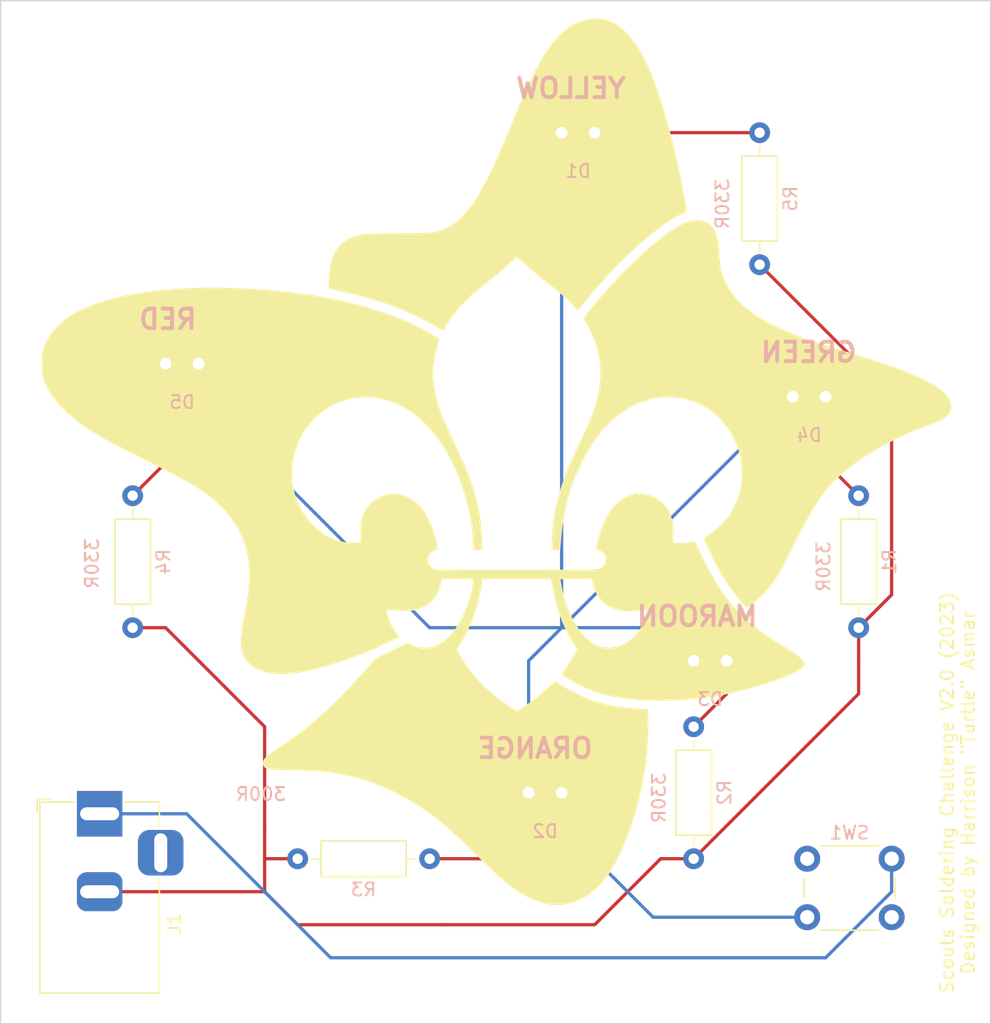
<source format=kicad_pcb>
(kicad_pcb (version 20221018) (generator pcbnew)
  (layers (0 "F.Cu" signal) (31 "B.Cu" signal) (34 "B.Paste" user) (35 "F.Paste" user) (36 "B.SilkS" user "B.Silkscreen") (37 "F.SilkS" user "F.Silkscreen") (38 "B.Mask" user) (39 "F.Mask" user) (44 "Edge.Cuts" user))
  (net 0 "")
  (net 1 "Net-(D1-K)")
  (net 2 "Net-(D2-K)")
  (net 3 "Net-(D3-K)")
  (net 4 "Net-(D4-K)")
  (net 5 "Net-(D5-K)")
  (net 6 "Net-(D1-A)")
  (net 7 "Net-(J1-Pad2)")
  (net 8 "Net-(J1-Pad1)")
  (footprint "Resistor_THT:R_Axial_DIN0207_L6.3mm_D2.5mm_P10.16mm_Horizontal" (layer "F.Cu") (at 182.88 86.36 -90)
    (fp_text reference "R1" (at 5.08 -2.37 -270) (layer "B.SilkS") (effects (justify mirror)))
    (fp_text value "330R")
    (fp_line (start 1.04 0) (end 1.81 0) (stroke (width 0.12)) (layer "F.SilkS"))
    (fp_line (start 1.81 -1.37) (end 1.81 1.37) (stroke (width 0.12)) (layer "F.SilkS"))
    (fp_line (start 1.81 1.37) (end 8.35 1.37) (stroke (width 0.12)) (layer "F.SilkS"))
    (fp_line (start 8.35 -1.37) (end 1.81 -1.37) (stroke (width 0.12)) (layer "F.SilkS"))
    (fp_line (start 8.35 1.37) (end 8.35 -1.37) (stroke (width 0.12)) (layer "F.SilkS"))
    (fp_line (start 9.12 0) (end 8.35 0) (stroke (width 0.12)) (layer "F.SilkS"))
    (pad "1" thru_hole circle (at 0 0 270) (size 1.6 1.6) (drill 0.8) (layers "*.Cu" "*.Mask") (net 4 "Net-(D4-K)"))
    (pad "2" thru_hole oval (at 10.16 0 270) (size 1.6 1.6) (drill 0.8) (layers "*.Cu" "*.Mask") (net 7 "Net-(J1-Pad2)"))
  )
  (footprint "Resistor_THT:R_Axial_DIN0207_L6.3mm_D2.5mm_P10.16mm_Horizontal" (layer "F.Cu") (at 175.26 58.42 -90)
    (fp_text reference "R5" (at 5.08 -2.37 -270) (layer "B.SilkS") (effects (justify mirror)))
    (fp_text value "330R")
    (fp_line (start 1.04 0) (end 1.81 0) (stroke (width 0.12)) (layer "F.SilkS"))
    (fp_line (start 1.81 -1.37) (end 1.81 1.37) (stroke (width 0.12)) (layer "F.SilkS"))
    (fp_line (start 1.81 1.37) (end 8.35 1.37) (stroke (width 0.12)) (layer "F.SilkS"))
    (fp_line (start 8.35 -1.37) (end 1.81 -1.37) (stroke (width 0.12)) (layer "F.SilkS"))
    (fp_line (start 8.35 1.37) (end 8.35 -1.37) (stroke (width 0.12)) (layer "F.SilkS"))
    (fp_line (start 9.12 0) (end 8.35 0) (stroke (width 0.12)) (layer "F.SilkS"))
    (pad "1" thru_hole circle (at 0 0 270) (size 1.6 1.6) (drill 0.8) (layers "*.Cu" "*.Mask") (net 1 "Net-(D1-K)"))
    (pad "2" thru_hole oval (at 10.16 0 270) (size 1.6 1.6) (drill 0.8) (layers "*.Cu" "*.Mask") (net 7 "Net-(J1-Pad2)"))
  )
  (footprint "Resistor_THT:R_Axial_DIN0207_L6.3mm_D2.5mm_P10.16mm_Horizontal" (layer "F.Cu") (at 149.86 114.3 180)
    (fp_text reference "R3" (at 5.08 -2.37) (layer "B.SilkS") (effects (justify mirror)))
    (fp_text value "330R")
    (fp_line (start 1.04 0) (end 1.81 0) (stroke (width 0.12)) (layer "F.SilkS"))
    (fp_line (start 1.81 -1.37) (end 1.81 1.37) (stroke (width 0.12)) (layer "F.SilkS"))
    (fp_line (start 1.81 1.37) (end 8.35 1.37) (stroke (width 0.12)) (layer "F.SilkS"))
    (fp_line (start 8.35 -1.37) (end 1.81 -1.37) (stroke (width 0.12)) (layer "F.SilkS"))
    (fp_line (start 8.35 1.37) (end 8.35 -1.37) (stroke (width 0.12)) (layer "F.SilkS"))
    (fp_line (start 9.12 0) (end 8.35 0) (stroke (width 0.12)) (layer "F.SilkS"))
    (pad "1" thru_hole circle (at 0 0 180) (size 1.6 1.6) (drill 0.8) (layers "*.Cu" "*.Mask") (net 2 "Net-(D2-K)"))
    (pad "2" thru_hole oval (at 10.16 0 180) (size 1.6 1.6) (drill 0.8) (layers "*.Cu" "*.Mask") (net 7 "Net-(J1-Pad2)"))
  )
  (footprint "Resistor_THT:R_Axial_DIN0207_L6.3mm_D2.5mm_P10.16mm_Horizontal" (layer "F.Cu") (at 170.18 104.14 -90)
    (fp_text reference "R2" (at 5.08 -2.37 -270) (layer "B.SilkS") (effects (justify mirror)))
    (fp_text value "330R")
    (fp_line (start 1.04 0) (end 1.81 0) (stroke (width 0.12)) (layer "F.SilkS"))
    (fp_line (start 1.81 -1.37) (end 1.81 1.37) (stroke (width 0.12)) (layer "F.SilkS"))
    (fp_line (start 1.81 1.37) (end 8.35 1.37) (stroke (width 0.12)) (layer "F.SilkS"))
    (fp_line (start 8.35 -1.37) (end 1.81 -1.37) (stroke (width 0.12)) (layer "F.SilkS"))
    (fp_line (start 8.35 1.37) (end 8.35 -1.37) (stroke (width 0.12)) (layer "F.SilkS"))
    (fp_line (start 9.12 0) (end 8.35 0) (stroke (width 0.12)) (layer "F.SilkS"))
    (pad "1" thru_hole circle (at 0 0 270) (size 1.6 1.6) (drill 0.8) (layers "*.Cu" "*.Mask") (net 3 "Net-(D3-K)"))
    (pad "2" thru_hole oval (at 10.16 0 270) (size 1.6 1.6) (drill 0.8) (layers "*.Cu" "*.Mask") (net 7 "Net-(J1-Pad2)"))
  )
  (footprint "Connector_BarrelJack:BarrelJack_Horizontal" (layer "F.Cu") (at 124.46 110.84 90)
    (fp_text reference "J1" (at -8.45 5.75 90) (layer "F.SilkS"))
    (fp_text value "Barrel_Jack")
    (fp_line (start -13.8 -4.6) (end 0.9 -4.6) (stroke (width 0.12)) (layer "F.SilkS"))
    (fp_line (start -13.8 4.6) (end -13.8 -4.6) (stroke (width 0.12)) (layer "F.SilkS"))
    (fp_line (start -5 4.6) (end -13.8 4.6) (stroke (width 0.12)) (layer "F.SilkS"))
    (fp_line (start 0.05 -4.8) (end 1.1 -4.8) (stroke (width 0.12)) (layer "F.SilkS"))
    (fp_line (start 0.9 -4.6) (end 0.9 -2) (stroke (width 0.12)) (layer "F.SilkS"))
    (fp_line (start 0.9 1.9) (end 0.9 4.6) (stroke (width 0.12)) (layer "F.SilkS"))
    (fp_line (start 0.9 4.6) (end -1 4.6) (stroke (width 0.12)) (layer "F.SilkS"))
    (fp_line (start 1.1 -3.75) (end 1.1 -4.8) (stroke (width 0.12)) (layer "F.SilkS"))
    (pad "1" thru_hole rect (at 0 0 90) (size 3.5 3.5) (drill oval 1 3) (layers "*.Cu" "*.Mask") (net 8 "Net-(J1-Pad1)"))
    (pad "2" thru_hole roundrect (at -6 0 90) (size 3 3.5) (drill oval 1 3) (layers "*.Cu" "*.Mask") (net 7 "Net-(J1-Pad2)"))
    (pad "3" thru_hole roundrect (at -3 4.7 90) (size 3.5 3.5) (drill oval 3 1) (layers "*.Cu" "*.Mask"))
  )
  (footprint "Resistor_THT:R_Axial_DIN0207_L6.3mm_D2.5mm_P10.16mm_Horizontal" (layer "F.Cu") (at 127 86.36 -90)
    (fp_text reference "R4" (at 5.08 -2.37 -270) (layer "B.SilkS") (effects (justify mirror)))
    (fp_text value "330R")
    (fp_line (start 1.04 0) (end 1.81 0) (stroke (width 0.12)) (layer "F.SilkS"))
    (fp_line (start 1.81 -1.37) (end 1.81 1.37) (stroke (width 0.12)) (layer "F.SilkS"))
    (fp_line (start 1.81 1.37) (end 8.35 1.37) (stroke (width 0.12)) (layer "F.SilkS"))
    (fp_line (start 8.35 -1.37) (end 1.81 -1.37) (stroke (width 0.12)) (layer "F.SilkS"))
    (fp_line (start 8.35 1.37) (end 8.35 -1.37) (stroke (width 0.12)) (layer "F.SilkS"))
    (fp_line (start 9.12 0) (end 8.35 0) (stroke (width 0.12)) (layer "F.SilkS"))
    (pad "1" thru_hole circle (at 0 0 270) (size 1.6 1.6) (drill 0.8) (layers "*.Cu" "*.Mask") (net 5 "Net-(D5-K)"))
    (pad "2" thru_hole oval (at 10.16 0 270) (size 1.6 1.6) (drill 0.8) (layers "*.Cu" "*.Mask") (net 7 "Net-(J1-Pad2)"))
  )
  (footprint "LED_THT:LED_D3.0mm" (layer "F.Cu") (at 132.08 76.2 180)
    (fp_text reference "D5" (at 1.27 -2.96) (layer "B.SilkS") (effects (justify mirror)))
    (fp_text value "RED LED")
    (fp_line (start -0.29 -1.236) (end -0.29 -1.08) (stroke (width 0.12)) (layer "F.SilkS"))
    (fp_line (start -0.29 1.08) (end -0.29 1.236) (stroke (width 0.12)) (layer "F.SilkS"))
    (fp_arc (start -0.29 -1.235516) (mid 1.366487 -1.987659) (end 2.942335 -1.078608) (stroke (width 0.12)) (layer "F.SilkS"))
    (fp_arc (start 0.229039 -1.08) (mid 1.270117 -1.5) (end 2.31113 -1.079837) (stroke (width 0.12)) (layer "F.SilkS"))
    (fp_arc (start 2.31113 1.079837) (mid 1.270117 1.5) (end 0.229039 1.08) (stroke (width 0.12)) (layer "F.SilkS"))
    (fp_arc (start 2.942335 1.078608) (mid 1.366487 1.987659) (end -0.29 1.235516) (stroke (width 0.12)) (layer "F.SilkS"))
    (pad "1" thru_hole rect (at 0 0 180) (size 1.8 1.8) (drill 0.9) (layers "*.Cu" "*.Mask") (net 5 "Net-(D5-K)"))
    (pad "2" thru_hole circle (at 2.54 0 180) (size 1.8 1.8) (drill 0.9) (layers "*.Cu" "*.Mask") (net 6 "Net-(D1-A)"))
  )
  (footprint "LED_THT:LED_D3.0mm" (layer "F.Cu") (at 180.34 78.74 180)
    (fp_text reference "D4" (at 1.27 -2.96) (layer "B.SilkS") (effects (justify mirror)))
    (fp_text value "GREEN LED")
    (fp_line (start -0.29 -1.236) (end -0.29 -1.08) (stroke (width 0.12)) (layer "F.SilkS"))
    (fp_line (start -0.29 1.08) (end -0.29 1.236) (stroke (width 0.12)) (layer "F.SilkS"))
    (fp_arc (start -0.29 -1.235516) (mid 1.366487 -1.987659) (end 2.942335 -1.078608) (stroke (width 0.12)) (layer "F.SilkS"))
    (fp_arc (start 0.229039 -1.08) (mid 1.270117 -1.5) (end 2.31113 -1.079837) (stroke (width 0.12)) (layer "F.SilkS"))
    (fp_arc (start 2.31113 1.079837) (mid 1.270117 1.5) (end 0.229039 1.08) (stroke (width 0.12)) (layer "F.SilkS"))
    (fp_arc (start 2.942335 1.078608) (mid 1.366487 1.987659) (end -0.29 1.235516) (stroke (width 0.12)) (layer "F.SilkS"))
    (pad "1" thru_hole rect (at 0 0 180) (size 1.8 1.8) (drill 0.9) (layers "*.Cu" "*.Mask") (net 4 "Net-(D4-K)"))
    (pad "2" thru_hole circle (at 2.54 0 180) (size 1.8 1.8) (drill 0.9) (layers "*.Cu" "*.Mask") (net 6 "Net-(D1-A)"))
  )
  (footprint "LED_THT:LED_D3.0mm" (layer "F.Cu") (at 162.56 58.42 180)
    (fp_text reference "D1" (at 1.27 -2.96) (layer "B.SilkS") (effects (justify mirror)))
    (fp_text value "YELLOW LED")
    (fp_line (start -0.29 -1.236) (end -0.29 -1.08) (stroke (width 0.12)) (layer "F.SilkS"))
    (fp_line (start -0.29 1.08) (end -0.29 1.236) (stroke (width 0.12)) (layer "F.SilkS"))
    (fp_arc (start -0.29 -1.235516) (mid 1.366487 -1.987659) (end 2.942335 -1.078608) (stroke (width 0.12)) (layer "F.SilkS"))
    (fp_arc (start 0.229039 -1.08) (mid 1.270117 -1.5) (end 2.31113 -1.079837) (stroke (width 0.12)) (layer "F.SilkS"))
    (fp_arc (start 2.31113 1.079837) (mid 1.270117 1.5) (end 0.229039 1.08) (stroke (width 0.12)) (layer "F.SilkS"))
    (fp_arc (start 2.942335 1.078608) (mid 1.366487 1.987659) (end -0.29 1.235516) (stroke (width 0.12)) (layer "F.SilkS"))
    (pad "1" thru_hole rect (at 0 0 180) (size 1.8 1.8) (drill 0.9) (layers "*.Cu" "*.Mask") (net 1 "Net-(D1-K)"))
    (pad "2" thru_hole circle (at 2.54 0 180) (size 1.8 1.8) (drill 0.9) (layers "*.Cu" "*.Mask") (net 6 "Net-(D1-A)"))
  )
  (footprint "Button_Switch_THT:SW_PUSH_6mm" (layer "F.Cu") (at 178.92 114.3)
    (fp_text reference "SW1" (at 3.25 -2) (layer "B.SilkS") (effects (justify mirror)))
    (fp_text value "SW_Push")
    (fp_line (start -0.25 1.5) (end -0.25 3) (stroke (width 0.12)) (layer "F.SilkS"))
    (fp_line (start 1 5.5) (end 5.5 5.5) (stroke (width 0.12)) (layer "F.SilkS"))
    (fp_line (start 5.5 -1) (end 1 -1) (stroke (width 0.12)) (layer "F.SilkS"))
    (fp_line (start 6.75 3) (end 6.75 1.5) (stroke (width 0.12)) (layer "F.SilkS"))
    (pad "1" thru_hole circle (at 0 0 90) (size 2 2) (drill 1.1) (layers "*.Cu" "*.Mask") (net 8 "Net-(J1-Pad1)"))
    (pad "1" thru_hole circle (at 6.5 0 90) (size 2 2) (drill 1.1) (layers "*.Cu" "*.Mask") (net 8 "Net-(J1-Pad1)"))
    (pad "2" thru_hole circle (at 0 4.5 90) (size 2 2) (drill 1.1) (layers "*.Cu" "*.Mask") (net 6 "Net-(D1-A)"))
    (pad "2" thru_hole circle (at 6.5 4.5 90) (size 2 2) (drill 1.1) (layers "*.Cu" "*.Mask") (net 6 "Net-(D1-A)"))
  )
  (footprint "LED_THT:LED_D3.0mm" (layer "F.Cu") (at 160.02 109.22 180)
    (fp_text reference "D2" (at 1.27 -2.96) (layer "B.SilkS") (effects (justify mirror)))
    (fp_text value "ORANGE LED")
    (fp_line (start -0.29 -1.236) (end -0.29 -1.08) (stroke (width 0.12)) (layer "F.SilkS"))
    (fp_line (start -0.29 1.08) (end -0.29 1.236) (stroke (width 0.12)) (layer "F.SilkS"))
    (fp_arc (start -0.29 -1.235516) (mid 1.366487 -1.987659) (end 2.942335 -1.078608) (stroke (width 0.12)) (layer "F.SilkS"))
    (fp_arc (start 0.229039 -1.08) (mid 1.270117 -1.5) (end 2.31113 -1.079837) (stroke (width 0.12)) (layer "F.SilkS"))
    (fp_arc (start 2.31113 1.079837) (mid 1.270117 1.5) (end 0.229039 1.08) (stroke (width 0.12)) (layer "F.SilkS"))
    (fp_arc (start 2.942335 1.078608) (mid 1.366487 1.987659) (end -0.29 1.235516) (stroke (width 0.12)) (layer "F.SilkS"))
    (pad "1" thru_hole rect (at 0 0 180) (size 1.8 1.8) (drill 0.9) (layers "*.Cu" "*.Mask") (net 2 "Net-(D2-K)"))
    (pad "2" thru_hole circle (at 2.54 0 180) (size 1.8 1.8) (drill 0.9) (layers "*.Cu" "*.Mask") (net 6 "Net-(D1-A)"))
  )
  (footprint "LOGO" (layer "F.Cu") (at 154.94 83.82)
    (fp_text reference "G***" hide)
    (fp_text value "LOGO" hide)
    (fp_poly (pts (xy 8.056055 -34.174768) (xy 8.617099 -34.056656) (xy 9.153495 -33.822443) (xy 9.670926 -33.470609) (xy 9.935612 -33.23951) (xy 10.326372 -32.832045) (xy 10.701387 -32.357124) (xy 11.063061 -31.809205) (xy 11.413796 -31.182747) (xy 11.755997 -30.472207) (xy 12.092068 -29.672044) (xy 12.424412 -28.776716) (xy 12.755433 -27.78068) (xy 13.087535 -26.678395) (xy 13.423121 -25.464319) (xy 13.596951 -24.798104) (xy 13.722177 -24.294874) (xy 13.85122 -23.749884) (xy 13.981038 -23.178255) (xy 14.108593 -22.595109) (xy 14.230842 -22.015569) (xy 14.344747 -21.454755) (xy 14.447267 -20.92779) (xy 14.53536 -20.449795) (xy 14.605988 -20.035893) (xy 14.65611 -19.701205) (xy 14.682684 -19.460853) (xy 14.686192 -19.380504) (xy 14.671883 -19.294203) (xy 14.61244 -19.22705) (xy 14.48322 -19.160634) (xy 14.297418 -19.090039) (xy 13.926742 -18.923967) (xy 13.491111 -18.671765) (xy 12.999943 -18.341959) (xy 12.462657 -17.943075) (xy 11.888671 -17.483639) (xy 11.287403 -16.972176) (xy 10.668271 -16.417213) (xy 10.040695 -15.827276) (xy 9.414092 -15.21089) (xy 8.797882 -14.576582) (xy 8.201481 -13.932877) (xy 7.634309 -13.288301) (xy 7.105783 -12.651381) (xy 6.906045 -12.399052) (xy 6.712388 -12.15424) (xy 6.543641 -11.94746) (xy 6.413923 -11.795513) (xy 6.337352 -11.715201) (xy 6.324392 -11.706872) (xy 6.269554 -11.749389) (xy 6.155408 -11.863933) (xy 6.000826 -12.030992) (xy 5.887783 -12.158294) (xy 5.760597 -12.300204) (xy 5.629664 -12.437234) (xy 5.483489 -12.579296) (xy 5.310581 -12.7363) (xy 5.099448 -12.918157) (xy 4.838596 -13.134779) (xy 4.516535 -13.396077) (xy 4.12177 -13.711961) (xy 3.671564 -14.069554) (xy 3.340911 -14.337093) (xy 2.97572 -14.641489) (xy 2.617382 -14.947743) (xy 2.307292 -15.220857) (xy 2.269114 -15.255337) (xy 1.619033 -15.844811) (xy 1.155607 -15.397012) (xy 0.820944 -15.08437) (xy 0.4374 -14.74706) (xy -0.007625 -14.374542) (xy -0.526733 -13.95628) (xy -1.132524 -13.481735) (xy -1.160751 -13.459874) (xy -1.793981 -12.932467) (xy -2.384138 -12.367785) (xy -2.915236 -11.783884) (xy -3.371288 -11.198819) (xy -3.736309 -10.630645) (xy -3.845333 -10.427843) (xy -3.935756 -10.278403) (xy -4.018496 -10.188763) (xy -4.048972 -10.176821) (xy -4.135382 -10.209715) (xy -4.287614 -10.290794) (xy -4.454028 -10.390933) (xy -4.697214 -10.534476) (xy -5.025044 -10.713377) (xy -5.411835 -10.914841) (xy -5.831904 -11.126073) (xy -6.259566 -11.334279) (xy -6.669137 -11.526664) (xy -7.034934 -11.690433) (xy -7.216354 -11.767034) (xy -8.160261 -12.125511) (xy -9.192384 -12.466415) (xy -10.280826 -12.780239) (xy -11.393696 -13.057475) (xy -11.96678 -13.183048) (xy -12.263425 -13.24719) (xy -12.516714 -13.306249) (xy -12.703716 -13.354558) (xy -12.801497 -13.386449) (xy -12.809434 -13.39131) (xy -12.832803 -13.476678) (xy -12.844032 -13.655833) (xy -12.844281 -13.90292) (xy -12.834707 -14.192083) (xy -12.81647 -14.497467) (xy -12.790727 -14.793218) (xy -12.758638 -15.053479) (xy -12.727131 -15.227962) (xy -12.545497 -15.836596) (xy -12.294519 -16.348694) (xy -11.968886 -16.769655) (xy -11.563289 -17.104878) (xy -11.072418 -17.359761) (xy -10.490963 -17.539705) (xy -10.442891 -17.550475) (xy -10.3045 -17.577556) (xy -10.152081 -17.599772) (xy -9.972498 -17.617623) (xy -9.752615 -17.631605) (xy -9.479294 -17.642216) (xy -9.139399 -17.649953) (xy -8.719794 -17.655315) (xy -8.207343 -17.658799) (xy -7.588909 -17.660902) (xy -7.523696 -17.661049) (xy -6.902345 -17.662916) (xy -6.388294 -17.66591) (xy -5.968469 -17.670554) (xy -5.629791 -17.677372) (xy -5.359185 -17.686888) (xy -5.143575 -17.699626) (xy -4.969884 -17.71611) (xy -4.825035 -17.736864) (xy -4.695952 -17.762412) (xy -4.634597 -17.776815) (xy -4.097016 -17.94338) (xy -3.594935 -18.174944) (xy -3.121304 -18.478688) (xy -2.669072 -18.861793) (xy -2.231188 -19.33144) (xy -1.8006 -19.894809) (xy -1.370258 -20.559083) (xy -0.93311 -21.331442) (xy -0.695465 -21.788625) (xy -0.530137 -22.116915) (xy -0.379648 -22.420665) (xy -0.237812 -22.713759) (xy -0.098449 -23.010083) (xy 0.044626 -23.32352) (xy 0.197596 -23.667955) (xy 0.366643 -24.057274) (xy 0.557951 -24.505361) (xy 0.777702 -25.026101) (xy 1.032081 -25.633379) (xy 1.26118 -26.182464) (xy 1.479092 -26.702456) (xy 1.699944 -27.224209) (xy 1.915435 -27.728481) (xy 2.117267 -28.196033) (xy 2.297137 -28.607622) (xy 2.446746 -28.944008) (xy 2.546454 -29.161848) (xy 3.012966 -30.113033) (xy 3.46919 -30.94997) (xy 3.919682 -31.677873) (xy 4.369002 -32.301954) (xy 4.821707 -32.827425) (xy 5.282356 -33.259501) (xy 5.755507 -33.603392) (xy 6.245719 -33.864313) (xy 6.757548 -34.047475) (xy 6.837296 -34.068776) (xy 7.464681 -34.178302)) (fill solid) (layer "F.SilkS"))
    (fp_poly (pts (xy 15.899154 -18.625348) (xy 16.217101 -18.512882) (xy 16.48552 -18.349782) (xy 16.703565 -18.141085) (xy 16.876434 -17.874212) (xy 17.009325 -17.536581) (xy 17.107437 -17.115611) (xy 17.175969 -16.598721) (xy 17.213319 -16.101895) (xy 17.255809 -15.53253) (xy 17.312618 -15.076503) (xy 17.38455 -14.727531) (xy 17.39296 -14.69703) (xy 17.656502 -13.978483) (xy 18.028127 -13.302025) (xy 18.509105 -12.666329) (xy 19.100704 -12.070067) (xy 19.804194 -11.511912) (xy 20.620843 -10.990536) (xy 21.267552 -10.643212) (xy 21.664656 -10.449125) (xy 22.065221 -10.264355) (xy 22.481423 -10.084453) (xy 22.925438 -9.904969) (xy 23.409439 -9.721452) (xy 23.945603 -9.529452) (xy 24.546104 -9.324521) (xy 25.223117 -9.102207) (xy 25.988818 -8.858061) (xy 26.855382 -8.587632) (xy 27.089855 -8.515198) (xy 28.143553 -8.186265) (xy 29.089195 -7.882349) (xy 29.935739 -7.600198) (xy 30.69214 -7.336556) (xy 31.367354 -7.088169) (xy 31.970339 -6.851782) (xy 32.510051 -6.624141) (xy 32.995446 -6.401992) (xy 33.252728 -6.275834) (xy 33.817035 -5.958707) (xy 34.281024 -5.627715) (xy 34.641749 -5.287323) (xy 34.896264 -4.941996) (xy 35.041626 -4.596199) (xy 35.074888 -4.254396) (xy 34.993105 -3.921053) (xy 34.910476 -3.762694) (xy 34.785115 -3.597585) (xy 34.615728 -3.447742) (xy 34.386513 -3.304165) (xy 34.081669 -3.157851) (xy 33.685394 -2.999798) (xy 33.374167 -2.88751) (xy 32.041478 -2.376094) (xy 30.763936 -1.797269) (xy 29.553797 -1.157981) (xy 28.423315 -0.465176) (xy 27.384745 0.274198) (xy 26.498664 1.009581) (xy 26.104597 1.381452) (xy 25.734846 1.770352) (xy 25.381305 2.188299) (xy 25.035872 2.647316) (xy 24.690442 3.159424) (xy 24.336911 3.736642) (xy 23.967175 4.390993) (xy 23.57313 5.134498) (xy 23.146673 5.979176) (xy 23.141876 5.988863) (xy 22.79957 6.675988) (xy 22.500115 7.266012) (xy 22.236027 7.771181) (xy 21.999818 8.203743) (xy 21.784003 8.575944) (xy 21.581094 8.900032) (xy 21.383607 9.188253) (xy 21.184053 9.452856) (xy 20.974948 9.706086) (xy 20.748805 9.960192) (xy 20.647438 10.069593) (xy 20.460257 10.257536) (xy 20.238729 10.461382) (xy 20.003375 10.664435) (xy 19.774715 10.850001) (xy 19.573271 11.001384) (xy 19.419564 11.101891) (xy 19.337786 11.135071) (xy 19.268765 11.093442) (xy 19.144683 10.983173) (xy 18.989782 10.826197) (xy 18.955267 10.788981) (xy 18.643504 10.425994) (xy 18.303359 9.990542) (xy 17.960515 9.517717) (xy 17.640657 9.042607) (xy 17.434516 8.711286) (xy 17.311264 8.495352) (xy 17.160806 8.217293) (xy 16.991829 7.894697) (xy 16.813016 7.545155) (xy 16.633052 7.186254) (xy 16.460623 6.835584) (xy 16.304412 6.510735) (xy 16.173104 6.229296) (xy 16.075385 6.008856) (xy 16.019938 5.867003) (xy 16.01057 5.827357) (xy 16.06023 5.760212) (xy 16.189505 5.664027) (xy 16.348038 5.57184) (xy 16.599081 5.412306) (xy 16.893879 5.180512) (xy 17.20539 4.901563) (xy 17.506573 4.600558) (xy 17.770388 4.302601) (xy 17.908343 4.123404) (xy 18.183553 3.685936) (xy 18.441961 3.180144) (xy 18.659136 2.657838) (xy 18.788354 2.257109) (xy 18.866659 1.861932) (xy 18.915198 1.387184) (xy 18.933974 0.869935) (xy 18.922992 0.347254) (xy 18.882256 -0.14379) (xy 18.81177 -0.566126) (xy 18.788038 -0.662085) (xy 18.640141 -1.118772) (xy 18.439386 -1.608396) (xy 18.2063 -2.086858) (xy 17.961409 -2.510059) (xy 17.853701 -2.669499) (xy 17.628686 -2.951212) (xy 17.340836 -3.265012) (xy 17.022785 -3.578788) (xy 16.70717 -3.860432) (xy 16.426628 -4.077835) (xy 16.41209 -4.087818) (xy 16.020977 -4.321002) (xy 15.557913 -4.544788) (xy 15.070773 -4.738245) (xy 14.607431 -4.880438) (xy 14.588568 -4.885133) (xy 14.029864 -4.982481) (xy 13.41113 -5.021959) (xy 12.777648 -5.004016) (xy 12.174697 -4.9291) (xy 11.850191 -4.857985) (xy 11.03056 -4.580481) (xy 10.246463 -4.18953) (xy 9.500431 -3.687449) (xy 8.794997 -3.076558) (xy 8.132692 -2.359176) (xy 7.516046 -1.537621) (xy 6.947593 -0.614213) (xy 6.69087 -0.132082) (xy 6.133725 1.089923) (xy 5.68914 2.342539) (xy 5.354882 3.633829) (xy 5.128722 4.971853) (xy 5.042 5.825977) (xy 4.971074 6.746504) (xy 4.637315 6.728821) (xy 4.303555 6.711138) (xy 4.313798 6.006866) (xy 4.38919 4.809088) (xy 4.580389 3.585285) (xy 4.886561 2.339215) (xy 5.306877 1.074634) (xy 5.530079 0.507704) (xy 5.642826 0.243376) (xy 5.796185 -0.103094) (xy 5.978254 -0.505525) (xy 6.177133 -0.937737) (xy 6.380921 -1.37355) (xy 6.48589 -1.595023) (xy 6.681034 -2.008262) (xy 6.871702 -2.418683) (xy 7.047498 -2.803402) (xy 7.198021 -3.139535) (xy 7.312873 -3.404198) (xy 7.361101 -3.52109) (xy 7.706779 -4.517691) (xy 7.937224 -5.483227) (xy 8.052638 -6.420782) (xy 8.053222 -7.333437) (xy 7.939178 -8.224275) (xy 7.723107 -9.058531) (xy 7.595007 -9.405576) (xy 7.422178 -9.808612) (xy 7.225674 -10.222815) (xy 7.02655 -10.603358) (xy 6.881629 -10.850086) (xy 6.732865 -11.085743) (xy 7.083139 -11.545662) (xy 7.633124 -12.240442) (xy 8.236314 -12.953207) (xy 8.880463 -13.672165) (xy 9.553327 -14.385523) (xy 10.242662 -15.081488) (xy 10.936224 -15.748267) (xy 11.621768 -16.374069) (xy 12.28705 -16.947099) (xy 12.919826 -17.455566) (xy 13.507852 -17.887676) (xy 14.002698 -18.21) (xy 14.501305 -18.461611) (xy 14.992808 -18.615968) (xy 15.463369 -18.671178)) (fill solid) (layer "F.SilkS"))
    (fp_poly (pts (xy -19.554355 -13.424149) (xy -18.009674 -13.332192) (xy -16.428918 -13.192711) (xy -15.709478 -13.11449) (xy -14.108695 -12.897908) (xy -12.564892 -12.624039) (xy -11.085826 -12.295249) (xy -9.679252 -11.913908) (xy -8.352924 -11.482383) (xy -7.1146 -11.003045) (xy -5.972034 -10.478261) (xy -4.93298 -9.9104) (xy -4.65022 -9.7368) (xy -4.456845 -9.609458) (xy -4.351432 -9.521386) (xy -4.31667 -9.45347) (xy -4.334431 -9.388112) (xy -4.401667 -9.22126) (xy -4.478879 -8.964362) (xy -4.559318 -8.646582) (xy -4.636234 -8.297085) (xy -4.702877 -7.945034) (xy -4.752497 -7.619596) (xy -4.762064 -7.540391) (xy -4.795314 -6.798899) (xy -4.738145 -6.001815) (xy -4.593859 -5.169095) (xy -4.365756 -4.320696) (xy -4.112131 -3.611374) (xy -4.003355 -3.350287) (xy -3.854068 -3.007774) (xy -3.676346 -2.610698) (xy -3.482265 -2.185919) (xy -3.283899 -1.760298) (xy -3.205674 -1.595023) (xy -2.904374 -0.95708) (xy -2.650867 -0.409608) (xy -2.437996 0.06403) (xy -2.258604 0.480468) (xy -2.105533 0.856341) (xy -1.971627 1.208285) (xy -1.849729 1.552936) (xy -1.843684 1.570679) (xy -1.490819 2.742873) (xy -1.241121 3.889133) (xy -1.08951 5.036196) (xy -1.041094 5.796522) (xy -1.005017 6.747783) (xy -1.36021 6.72946) (xy -1.715403 6.711138) (xy -1.72904 6.319905) (xy -1.815836 5.168903) (xy -1.992681 4.019928) (xy -2.254273 2.886076) (xy -2.595311 1.78044) (xy -3.010492 0.716113) (xy -3.494515 -0.29381) (xy -4.042077 -1.236237) (xy -4.647876 -2.098073) (xy -5.30661 -2.866226) (xy -5.547079 -3.108958) (xy -6.227323 -3.695861) (xy -6.9477 -4.17905) (xy -7.700047 -4.556412) (xy -8.476203 -4.825834) (xy -9.268005 -4.985206) (xy -10.067293 -5.032413) (xy -10.865904 -4.965344) (xy -11.655676 -4.781886) (xy -11.812955 -4.730666) (xy -12.544378 -4.418986) (xy -13.215679 -4.009957) (xy -13.820271 -3.514051) (xy -14.351567 -2.941739) (xy -14.80298 -2.303492) (xy -15.167923 -1.609781) (xy -15.439809 -0.871078) (xy -15.612052 -0.097854) (xy -15.678063 0.69942) (xy -15.648074 1.366) (xy -15.578125 1.887406) (xy -15.478122 2.33967) (xy -15.334689 2.772869) (xy -15.166976 3.167105) (xy -14.777013 3.89132) (xy -14.315616 4.520371) (xy -13.778385 5.059084) (xy -13.160917 5.512282) (xy -12.876344 5.678424) (xy -12.283743 5.947056) (xy -11.681287 6.106484) (xy -11.036114 6.165172) (xy -10.984597 6.165751) (xy -10.382701 6.169432) (xy -10.404655 5.496063) (xy -10.406568 5.038531) (xy -10.374445 4.659634) (xy -10.301351 4.32072) (xy -10.18035 3.983134) (xy -10.101518 3.806592) (xy -9.838466 3.379377) (xy -9.489317 3.013741) (xy -9.074038 2.720161) (xy -8.612593 2.50911) (xy -8.124948 2.391062) (xy -7.631068 2.376494) (xy -7.427344 2.403611) (xy -6.883264 2.562257) (xy -6.387724 2.828438) (xy -5.940183 3.202816) (xy -5.5401 3.686051) (xy -5.186935 4.278804) (xy -4.880148 4.981737) (xy -4.619198 5.795509) (xy -4.602554 5.856941) (xy -4.515255 6.201429) (xy -4.467044 6.446942) (xy -4.457817 6.608324) (xy -4.487471 6.700421) (xy -4.555901 6.738079) (xy -4.596385 6.741232) (xy -4.783663 6.794688) (xy -4.968642 6.933759) (xy -5.123125 7.1265) (xy -5.218918 7.340963) (xy -5.236493 7.466469) (xy -5.1804 7.719489) (xy -5.027704 7.947933) (xy -4.80178 8.11739) (xy -4.790567 8.122932) (xy -4.747595 8.142816) (xy -4.700931 8.160428) (xy -4.643422 8.175902) (xy -4.567914 8.189373) (xy -4.467252 8.200972) (xy -4.334283 8.210833) (xy -4.161853 8.21909) (xy -3.942807 8.225876) (xy -3.669992 8.231324) (xy -3.336255 8.235568) (xy -2.93444 8.238741) (xy -2.457394 8.240976) (xy -1.897963 8.242406) (xy -1.248993 8.243165) (xy -0.50333 8.243387) (xy 0.346179 8.243204) (xy 1.30669 8.24275) (xy 1.629075 8.242575) (xy 2.70001 8.241613) (xy 3.655662 8.239935) (xy 4.501123 8.23748) (xy 5.241487 8.234187) (xy 5.881848 8.229998) (xy 6.427298 8.224851) (xy 6.882932 8.218686) (xy 7.253843 8.211443) (xy 7.545124 8.203063) (xy 7.761868 8.193485) (xy 7.90917 8.182649) (xy 7.992122 8.170494) (xy 8.003129 8.167338) (xy 8.216358 8.036719) (xy 8.384112 7.828397) (xy 8.477056 7.583961) (xy 8.48673 7.481712) (xy 8.440492 7.208258) (xy 8.315195 6.977779) (xy 8.130964 6.814496) (xy 7.907928 6.742631) (xy 7.871442 6.741232) (xy 7.790937 6.737874) (xy 7.739461 6.716047) (xy 7.71713 6.658126) (xy 7.724059 6.546485) (xy 7.760362 6.363498) (xy 7.826157 6.091539) (xy 7.877009 5.889518) (xy 8.116832 5.094363) (xy 8.409543 4.39401) (xy 8.752569 3.791636) (xy 9.143341 3.290418) (xy 9.579285 2.893534) (xy 10.057832 2.604163) (xy 10.57641 2.425482) (xy 10.700071 2.400553) (xy 11.19799 2.371337) (xy 11.704131 2.449046) (xy 12.191274 2.625563) (xy 12.632198 2.892768) (xy 12.790285 3.02391) (xy 13.142379 3.414137) (xy 13.409404 3.872925) (xy 13.600056 4.415453) (xy 13.610481 4.455827) (xy 13.675549 4.767203) (xy 13.707341 5.075841) (xy 13.706661 5.416017) (xy 13.674316 5.822008) (xy 13.647938 6.049052) (xy 13.651333 6.112676) (xy 13.697689 6.150962) (xy 13.811703 6.172257) (xy 14.018069 6.184911) (xy 14.054266 6.186409) (xy 14.344804 6.182607) (xy 14.672416 6.155532) (xy 14.916013 6.119692) (xy 15.356434 6.035997) (xy 15.543605 6.463851) (xy 15.722147 6.854424) (xy 15.938165 7.299192) (xy 16.177654 7.771604) (xy 16.42661 8.245112) (xy 16.671029 8.693166) (xy 16.896907 9.089216) (xy 17.090241 9.406714) (xy 17.120718 9.453799) (xy 17.572016 10.114894) (xy 18.022043 10.712853) (xy 18.48516 11.260878) (xy 18.975731 11.772171) (xy 19.508119 12.259934) (xy 20.096686 12.73737) (xy 20.755796 13.217681) (xy 21.499811 13.71407) (xy 22.296839 14.211636) (xy 22.77253 14.506306) (xy 23.147974 14.753564) (xy 23.4296 14.961782) (xy 23.623835 15.139331) (xy 23.737109 15.294582) (xy 23.775847 15.435907) (xy 23.74648 15.571678) (xy 23.655433 15.710265) (xy 23.540231 15.830957) (xy 23.33448 15.983643) (xy 23.023806 16.155459) (xy 22.621341 16.342008) (xy 22.140219 16.538893) (xy 21.593574 16.741718) (xy 20.994539 16.946085) (xy 20.356248 17.147597) (xy 19.691835 17.341857) (xy 19.014433 17.52447) (xy 18.337176 17.691036) (xy 17.673198 17.83716) (xy 17.364692 17.898436) (xy 15.731475 18.154691) (xy 14.096651 18.300927) (xy 12.473806 18.336553) (xy 10.876522 18.260978) (xy 10.302049 18.205521) (xy 9.38544 18.080766) (xy 8.560572 17.91597) (xy 7.803638 17.704863) (xy 7.090835 17.441175) (xy 6.650948 17.243908) (xy 6.410328 17.121375) (xy 6.131025 16.967781) (xy 5.839223 16.798831) (xy 5.561108 16.630233) (xy 5.322867 16.477691) (xy 5.150684 16.356914) (xy 5.093942 16.310011) (xy 5.105212 16.244207) (xy 5.176914 16.105194) (xy 5.296372 15.9154) (xy 5.405097 15.759535) (xy 5.596663 15.482404) (xy 5.793462 15.176732) (xy 5.962275 14.894752) (xy 6.011123 14.806635) (xy 6.253729 14.355213) (xy 5.980729 13.933886) (xy 5.529275 13.146038) (xy 5.130552 12.261535) (xy 4.789445 11.294184) (xy 4.510837 10.25779) (xy 4.304024 9.193958) (xy 4.268005 8.968247) (xy 4.994312 8.968247) (xy 5.028894 9.224052) (xy 5.161584 9.951872) (xy 5.356947 10.664442) (xy 5.607339 11.347976) (xy 5.905111 11.988688) (xy 6.242617 12.572794) (xy 6.612211 13.086506) (xy 7.006246 13.51604) (xy 7.417074 13.847609) (xy 7.676898 13.997952) (xy 8.170504 14.174533) (xy 8.68731 14.233971) (xy 9.221786 14.176024) (xy 9.561018 14.080551) (xy 10.070989 13.841308) (xy 10.532807 13.498936) (xy 10.933764 13.065348) (xy 11.261151 12.55246) (xy 11.322524 12.429147) (xy 11.437019 12.163205) (xy 11.535043 11.891843) (xy 11.598792 11.665403) (xy 11.606558 11.625993) (xy 11.662395 11.304356) (xy 11.504065 11.340968) (xy 11.382491 11.358347) (xy 11.171166 11.378046) (xy 10.900619 11.397558) (xy 10.62346 11.413297) (xy 10.24068 11.425909) (xy 9.940714 11.419301) (xy 9.687246 11.391533) (xy 9.494368 11.352974) (xy 8.936303 11.169949) (xy 8.463559 10.905401) (xy 8.078927 10.561322) (xy 7.785197 10.139705) (xy 7.778424 10.127022) (xy 7.672304 9.912978) (xy 7.59056 9.70744) (xy 7.518936 9.468775) (xy 7.443176 9.155351) (xy 7.438302 9.133768) (xy 7.401024 8.968247) (xy 6.197668 8.968247) (xy 4.994312 8.968247) (xy 4.268005 8.968247) (xy 1.622391 8.968247) (xy -1.023222 8.968247) (xy -1.023222 9.126206) (xy -1.039416 9.308869) (xy -1.084137 9.581486) (xy -1.151592 9.918625) (xy -1.23599 10.294856) (xy -1.331539 10.684747) (xy -1.432448 11.062869) (xy -1.532923 11.40379) (xy -1.56409 11.501032) (xy -1.752154 12.020457) (xy -1.979963 12.564629) (xy -2.230548 13.097314) (xy -2.486936 13.582277) (xy -2.713769 13.955775) (xy -2.967655 14.338802) (xy -2.806831 14.666716) (xy -2.531072 15.158631) (xy -2.17245 15.689166) (xy -1.750605 16.23382) (xy -1.285175 16.768091) (xy -0.795798 17.267476) (xy -0.515282 17.5257) (xy -0.15599 17.831896) (xy 0.225861 18.138229) (xy 0.606353 18.426878) (xy 0.961567 18.680023) (xy 1.267588 18.879846) (xy 1.422199 18.969183) (xy 1.670701 19.102234) (xy 2.288047 18.69125) (xy 2.762771 18.357568) (xy 3.245002 17.986896) (xy 3.701412 17.606372) (xy 4.098676 17.24313) (xy 4.241103 17.100982) (xy 4.393018 16.949414) (xy 4.51273 16.839439) (xy 4.576052 16.793177) (xy 4.577979 16.792891) (xy 4.640963 16.824483) (xy 4.780303 16.909671) (xy 4.973009 17.034073) (xy 5.121948 17.133154) (xy 5.895858 17.597296) (xy 6.747264 18.006723) (xy 7.639991 18.346348) (xy 8.537865 18.601084) (xy 8.757583 18.649464) (xy 9.068356 18.706237) (xy 9.451242 18.764749) (xy 9.875666 18.82145) (xy 10.311053 18.872789) (xy 10.726825 18.915218) (xy 11.092409 18.945186) (xy 11.377228 18.959143) (xy 11.429885 18.959716) (xy 11.728122 18.959716) (xy 11.74906 19.486375) (xy 11.755588 19.861525) (xy 11.750648 20.325127) (xy 11.735681 20.845948) (xy 11.712126 21.392754) (xy 11.681425 21.934313) (xy 11.645016 22.43939) (xy 11.604342 22.876753) (xy 11.585034 23.043124) (xy 11.432004 24.059701) (xy 11.22865 25.094719) (xy 10.980526 26.131351) (xy 10.693182 27.152766) (xy 10.372172 28.142136) (xy 10.023047 29.082631) (xy 9.651359 29.957421) (xy 9.262661 30.749679) (xy 8.862505 31.442573) (xy 8.763884 31.59446) (xy 8.489016 31.967862) (xy 8.160727 32.351055) (xy 7.804445 32.718545) (xy 7.445599 33.044842) (xy 7.109616 33.304455) (xy 6.966367 33.396463) (xy 6.298531 33.730084) (xy 5.62621 33.944158) (xy 4.945497 34.039515) (xy 4.252484 34.016985) (xy 4.124839 34.000286) (xy 3.513792 33.864272) (xy 2.871257 33.634492) (xy 2.224604 33.322187) (xy 1.695524 33.002483) (xy 1.444297 32.830528) (xy 1.196364 32.649682) (xy 0.941538 32.450919) (xy 0.66963 32.225213) (xy 0.370451 31.963538) (xy 0.033813 31.656869) (xy -0.350474 31.29618) (xy -0.792598 30.872445) (xy -1.302747 30.376638) (xy -1.626761 30.059414) (xy -2.325858 29.381013) (xy -2.959405 28.783375) (xy -3.540436 28.256075) (xy -4.081988 27.788688) (xy -4.597096 27.37079) (xy -5.098797 26.991955) (xy -5.600125 26.641758) (xy -6.114118 26.309776) (xy -6.653811 25.985582) (xy -6.891706 25.848995) (xy -8.011593 25.260102) (xy -9.113235 24.777081) (xy -10.217781 24.392053) (xy -11.346381 24.097139) (xy -11.887441 23.988099) (xy -12.320232 23.913258) (xy -12.740178 23.851327) (xy -13.167404 23.80065) (xy -13.622032 23.759571) (xy -14.124188 23.726434) (xy -14.693995 23.699584) (xy -15.351578 23.677364) (xy -15.811685 23.6652) (xy -16.320208 23.652401) (xy -16.72251 23.640715) (xy -17.032729 23.628906) (xy -17.264999 23.615743) (xy -17.433456 23.599989) (xy -17.552238 23.580412) (xy -17.635479 23.555779) (xy -17.697317 23.524854) (xy -17.737752 23.497087) (xy -17.891562 23.32117) (xy -17.933318 23.113693) (xy -17.863067 22.886955) (xy -17.734614 22.709119) (xy -17.657938 22.627205) (xy -17.576068 22.54882) (xy -17.47591 22.464523) (xy -17.344373 22.36487) (xy -17.168364 22.240421) (xy -16.934792 22.081731) (xy -16.630564 21.87936) (xy -16.242589 21.623865) (xy -16.100711 21.530722) (xy -15.480891 21.105969) (xy -14.865967 20.646585) (xy -14.242547 20.141064) (xy -13.597237 19.577903) (xy -12.916643 18.945598) (xy -12.187373 18.232645) (xy -11.76615 17.807557) (xy -11.416005 17.446399) (xy -11.044473 17.05562) (xy -10.675812 16.661255) (xy -10.334278 16.289341) (xy -10.044128 15.965912) (xy -9.948052 15.856137) (xy -9.689806 15.559158) (xy -9.492226 15.337694) (xy -9.337142 15.176291) (xy -9.206382 15.059492) (xy -9.081774 14.971842) (xy -8.945148 14.897887) (xy -8.778331 14.82217) (xy -8.684983 14.78186) (xy -8.408716 14.657855) (xy -8.073228 14.49966) (xy -7.725505 14.329752) (xy -7.475776 14.20343) (xy -6.795865 13.852806) (xy -6.469006 14.002447) (xy -5.95012 14.181693) (xy -5.440055 14.242451) (xy -4.942056 14.186481) (xy -4.459368 14.015544) (xy -3.995236 13.731402) (xy -3.552905 13.335814) (xy -3.135619 12.830543) (xy -2.746623 12.21735) (xy -2.572026 11.887441) (xy -2.381924 11.471259) (xy -2.202804 11.012569) (xy -2.042615 10.538057) (xy -1.909302 10.074407) (xy -1.810812 9.648304) (xy -1.755093 9.286432) (xy -1.745497 9.112072) (xy -1.745497 8.968247) (xy -2.937246 8.968247) (xy -4.128995 8.968247) (xy -4.201426 9.314337) (xy -4.371802 9.867026) (xy -4.633834 10.344501) (xy -4.983534 10.742134) (xy -5.416912 11.0553) (xy -5.882656 11.263662) (xy -6.087694 11.326362) (xy -6.287379 11.367573) (xy -6.516293 11.391491) (xy -6.809019 11.402309) (xy -7.04218 11.404287) (xy -7.363178 11.400867) (xy -7.66981 11.390343) (xy -7.925865 11.374384) (xy -8.086517 11.356184) (xy -8.378485 11.306444) (xy -8.335134 11.566848) (xy -8.220216 12.004599) (xy -8.02517 12.469107) (xy -7.769431 12.919464) (xy -7.546438 13.227096) (xy -7.387215 13.42315) (xy -8.313157 13.866676) (xy -9.219125 14.280387) (xy -10.163085 14.673794) (xy -11.123984 15.039808) (xy -12.080773 15.371339) (xy -13.012399 15.661296) (xy -13.89781 15.90259) (xy -14.715955 16.088129) (xy -15.137677 16.165165) (xy -15.595019 16.223016) (xy -16.086125 16.255626) (xy -16.577514 16.262947) (xy -17.035707 16.244931) (xy -17.427223 16.201529) (xy -17.594122 16.168725) (xy -18.159206 15.987928) (xy -18.641247 15.737976) (xy -18.89152 15.551894) (xy -19.14063 15.30519) (xy -19.335952 15.031054) (xy -19.478674 14.718684) (xy -19.569983 14.35728) (xy -19.611067 13.93604) (xy -19.603113 13.444166) (xy -19.54731 12.870854) (xy -19.444843 12.205306) (xy -19.327509 11.586493) (xy -19.172837 10.767417) (xy -19.060241 10.042696) (xy -18.988538 9.394346) (xy -18.956546 8.804385) (xy -18.963084 8.254828) (xy -19.006968 7.727692) (xy -19.052563 7.403318) (xy -19.239504 6.533878) (xy -19.511567 5.737151) (xy -19.877291 4.996188) (xy -20.345215 4.29404) (xy -20.92388 3.613758) (xy -21.004381 3.529461) (xy -21.279987 3.252573) (xy -21.558303 2.99199) (xy -21.848404 2.742079) (xy -22.159365 2.497209) (xy -22.50026 2.251749) (xy -22.880162 2.000066) (xy -23.308147 1.73653) (xy -23.793289 1.455509) (xy -24.344663 1.151371) (xy -24.971341 0.818484) (xy -25.6824 0.451218) (xy -26.486914 0.043941) (xy -27.175592 -0.300377) (xy -27.940661 -0.682877) (xy -28.608438 -1.020636) (xy -29.190518 -1.320238) (xy -29.698498 -1.588266) (xy -30.143976 -1.831304) (xy -30.538548 -2.055934) (xy -30.893811 -2.268741) (xy -31.221362 -2.476308) (xy -31.532797 -2.685218) (xy -31.839713 -2.902055) (xy -32.115011 -3.104463) (xy -32.857332 -3.705345) (xy -33.492582 -4.318799) (xy -34.017988 -4.941231) (xy -34.430778 -5.569051) (xy -34.728178 -6.198666) (xy -34.876471 -6.681042) (xy -34.937875 -7.065634) (xy -34.963851 -7.511634) (xy -34.954335 -7.967642) (xy -34.909263 -8.382259) (xy -34.8788 -8.535586) (xy -34.675863 -9.141962) (xy -34.360969 -9.729853) (xy -33.942349 -10.287551) (xy -33.428232 -10.803351) (xy -33.0921 -11.076769) (xy -32.448448 -11.500235) (xy -31.6967 -11.884619) (xy -30.842859 -12.229217) (xy -29.892925 -12.533326) (xy -28.852901 -12.796242) (xy -27.728788 -13.017261) (xy -26.526589 -13.19568) (xy -25.252305 -13.330796) (xy -23.911938 -13.421904) (xy -22.511489 -13.468301) (xy -21.056961 -13.469284)) (fill solid) (layer "F.SilkS"))
  )
  (footprint "LED_THT:LED_D3.0mm" (layer "F.Cu") (at 172.72 99.06 180)
    (fp_text reference "D3" (at 1.27 -2.96) (layer "B.SilkS") (effects (justify mirror)))
    (fp_text value "MAROON LED")
    (fp_line (start -0.29 -1.236) (end -0.29 -1.08) (stroke (width 0.12)) (layer "F.SilkS"))
    (fp_line (start -0.29 1.08) (end -0.29 1.236) (stroke (width 0.12)) (layer "F.SilkS"))
    (fp_arc (start -0.29 -1.235516) (mid 1.366487 -1.987659) (end 2.942335 -1.078608) (stroke (width 0.12)) (layer "F.SilkS"))
    (fp_arc (start 0.229039 -1.08) (mid 1.270117 -1.5) (end 2.31113 -1.079837) (stroke (width 0.12)) (layer "F.SilkS"))
    (fp_arc (start 2.31113 1.079837) (mid 1.270117 1.5) (end 0.229039 1.08) (stroke (width 0.12)) (layer "F.SilkS"))
    (fp_arc (start 2.942335 1.078608) (mid 1.366487 1.987659) (end -0.29 1.235516) (stroke (width 0.12)) (layer "F.SilkS"))
    (pad "1" thru_hole rect (at 0 0 180) (size 1.8 1.8) (drill 0.9) (layers "*.Cu" "*.Mask") (net 3 "Net-(D3-K)"))
    (pad "2" thru_hole circle (at 2.54 0 180) (size 1.8 1.8) (drill 0.9) (layers "*.Cu" "*.Mask") (net 6 "Net-(D1-A)"))
  )
  (gr_rect (start 116.84 48.26) (end 193.04 127) (stroke (width 0.1)) (fill none) (layer "Edge.Cuts"))
  (gr_text "330R" (at 168.09163 107.588571 90) (layer "B.SilkS") (effects (font (size 1 1)) (justify left bottom mirror)))
  (gr_text "330R" (at 172.98379 61.874945 90) (layer "B.SilkS") (effects (font (size 1 1)) (justify left bottom mirror)))
  (gr_text "RED" (at 132.08 73.66) (layer "B.SilkS") (effects (font (size 1.5 1.5) (thickness 0.3) bold) (justify left bottom mirror)))
  (gr_text "YELLOW" (at 165.1 55.88) (layer "B.SilkS") (effects (font (size 1.5 1.5) (thickness 0.3) bold) (justify left bottom mirror)))
  (gr_text "MAROON" (at 175.26 96.52) (layer "B.SilkS") (effects (font (size 1.5 1.5) (thickness 0.3) bold) (justify left bottom mirror)))
  (gr_text "ORANGE" (at 162.56 106.68) (layer "B.SilkS") (effects (font (size 1.5 1.5) (thickness 0.3) bold) (justify left bottom mirror)))
  (gr_text "330R" (at 124.46 89.543719 90) (layer "B.SilkS") (effects (font (size 1 1)) (justify left bottom mirror)))
  (gr_text "330R" (at 180.763126 89.784317 90) (layer "B.SilkS") (effects (font (size 1 1)) (justify left bottom mirror)))
  (gr_text "300R" (at 138.899068 109.914352) (layer "B.SilkS") (effects (font (size 1 1)) (justify left bottom mirror)))
  (gr_text "GREEN" (at 182.88 76.2) (layer "B.SilkS") (effects (font (size 1.5 1.5) (thickness 0.3) bold) (justify left bottom mirror)))
  (gr_text "Scouts Soldering Challenge V2.0 (2023)\nDesigned by Harrison {dblquote}Turtle{dblquote} Asmar" (at 190.5 109.22 90) (layer "F.SilkS") (effects (font (size 1 1))))
  (segment (start 162.56 58.42) (end 175.26 58.42) (width 0.25) (layer "F.Cu") (net 1))
  (segment (start 160.02 114.3) (end 160.02 109.22) (width 0.25) (layer "F.Cu") (net 2))
  (segment (start 149.86 114.3) (end 160.02 114.3) (width 0.25) (layer "F.Cu") (net 2))
  (segment (start 172.72 101.6) (end 172.72 99.06) (width 0.25) (layer "F.Cu") (net 3))
  (segment (start 170.18 104.14) (end 172.72 101.6) (width 0.25) (layer "F.Cu") (net 3))
  (segment (start 180.34 78.74) (end 180.34 83.82) (width 0.25) (layer "F.Cu") (net 4))
  (segment (start 180.34 83.82) (end 182.88 86.36) (width 0.25) (layer "F.Cu") (net 4))
  (segment (start 132.08 81.28) (end 127 86.36) (width 0.25) (layer "F.Cu") (net 5))
  (segment (start 132.08 81.28) (end 132.08 76.2) (width 0.25) (layer "F.Cu") (net 5))
  (segment (start 167.06 118.8) (end 178.92 118.8) (width 0.25) (layer "B.Cu") (net 6))
  (segment (start 157.48 109.22) (end 167.06 118.8) (width 0.25) (layer "B.Cu") (net 6))
  (segment (start 160.02 58.42) (end 160.02 96.52) (width 0.25) (layer "B.Cu") (net 6))
  (segment (start 167.64 96.52) (end 170.18 99.06) (width 0.25) (layer "B.Cu") (net 6))
  (segment (start 149.86 96.52) (end 167.64 96.52) (width 0.25) (layer "B.Cu") (net 6))
  (segment (start 157.48 99.06) (end 160.02 96.52) (width 0.25) (layer "B.Cu") (net 6))
  (segment (start 157.48 109.22) (end 157.48 99.06) (width 0.25) (layer "B.Cu") (net 6))
  (segment (start 129.54 76.2) (end 149.86 96.52) (width 0.25) (layer "B.Cu") (net 6))
  (segment (start 160.02 96.52) (end 177.8 78.74) (width 0.25) (layer "B.Cu") (net 6))
  (segment (start 137.16 116.84) (end 139.7 119.38) (width 0.25) (layer "F.Cu") (net 7))
  (segment (start 185.42 78.74) (end 185.42 93.98) (width 0.25) (layer "F.Cu") (net 7))
  (segment (start 175.26 68.58) (end 185.42 78.74) (width 0.25) (layer "F.Cu") (net 7))
  (segment (start 167.64 114.3) (end 170.18 114.3) (width 0.25) (layer "F.Cu") (net 7))
  (segment (start 182.88 99.06) (end 182.88 101.6) (width 0.25) (layer "F.Cu") (net 7))
  (segment (start 137.16 111.76) (end 137.16 116.84) (width 0.25) (layer "F.Cu") (net 7))
  (segment (start 182.88 96.52) (end 182.88 99.06) (width 0.25) (layer "F.Cu") (net 7))
  (segment (start 137.16 116.84) (end 124.46 116.84) (width 0.25) (layer "F.Cu") (net 7))
  (segment (start 185.42 93.98) (end 182.88 96.52) (width 0.25) (layer "F.Cu") (net 7))
  (segment (start 127 96.52) (end 129.54 96.52) (width 0.25) (layer "F.Cu") (net 7))
  (segment (start 139.7 119.38) (end 151.12 119.38) (width 0.25) (layer "F.Cu") (net 7))
  (segment (start 137.16 104.14) (end 137.16 111.76) (width 0.25) (layer "F.Cu") (net 7))
  (segment (start 162.56 119.38) (end 167.64 114.3) (width 0.25) (layer "F.Cu") (net 7))
  (segment (start 182.88 101.6) (end 170.18 114.3) (width 0.25) (layer "F.Cu") (net 7))
  (segment (start 139.7 114.3) (end 137.16 114.3) (width 0.25) (layer "F.Cu") (net 7))
  (segment (start 129.54 96.52) (end 137.16 104.14) (width 0.25) (layer "F.Cu") (net 7))
  (segment (start 151.12 119.38) (end 162.56 119.38) (width 0.25) (layer "F.Cu") (net 7))
  (segment (start 180.34 121.92) (end 142.24 121.92) (width 0.25) (layer "B.Cu") (net 8))
  (segment (start 131.16 110.84) (end 124.46 110.84) (width 0.25) (layer "B.Cu") (net 8))
  (segment (start 185.42 116.84) (end 180.34 121.92) (width 0.25) (layer "B.Cu") (net 8))
  (segment (start 185.42 114.3) (end 185.42 116.84) (width 0.25) (layer "B.Cu") (net 8))
  (segment (start 142.24 121.92) (end 131.16 110.84) (width 0.25) (layer "B.Cu") (net 8))
)
</source>
